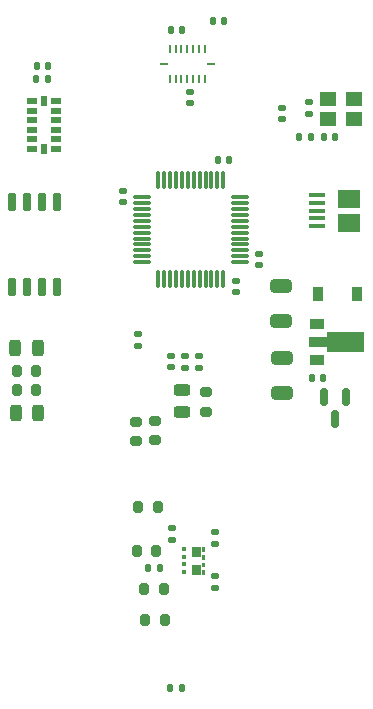
<source format=gbr>
%TF.GenerationSoftware,KiCad,Pcbnew,(6.0.4)*%
%TF.CreationDate,2022-05-08T20:42:15-04:00*%
%TF.ProjectId,STM32_Altimeter_R2,53544d33-325f-4416-9c74-696d65746572,0.1*%
%TF.SameCoordinates,Original*%
%TF.FileFunction,Paste,Bot*%
%TF.FilePolarity,Positive*%
%FSLAX46Y46*%
G04 Gerber Fmt 4.6, Leading zero omitted, Abs format (unit mm)*
G04 Created by KiCad (PCBNEW (6.0.4)) date 2022-05-08 20:42:15*
%MOMM*%
%LPD*%
G01*
G04 APERTURE LIST*
G04 Aperture macros list*
%AMRoundRect*
0 Rectangle with rounded corners*
0 $1 Rounding radius*
0 $2 $3 $4 $5 $6 $7 $8 $9 X,Y pos of 4 corners*
0 Add a 4 corners polygon primitive as box body*
4,1,4,$2,$3,$4,$5,$6,$7,$8,$9,$2,$3,0*
0 Add four circle primitives for the rounded corners*
1,1,$1+$1,$2,$3*
1,1,$1+$1,$4,$5*
1,1,$1+$1,$6,$7*
1,1,$1+$1,$8,$9*
0 Add four rect primitives between the rounded corners*
20,1,$1+$1,$2,$3,$4,$5,0*
20,1,$1+$1,$4,$5,$6,$7,0*
20,1,$1+$1,$6,$7,$8,$9,0*
20,1,$1+$1,$8,$9,$2,$3,0*%
%AMFreePoly0*
4,1,9,3.862500,-0.866500,0.737500,-0.866500,0.737500,-0.450000,-0.737500,-0.450000,-0.737500,0.450000,0.737500,0.450000,0.737500,0.866500,3.862500,0.866500,3.862500,-0.866500,3.862500,-0.866500,$1*%
G04 Aperture macros list end*
%ADD10C,0.010000*%
%ADD11RoundRect,0.135000X0.135000X0.185000X-0.135000X0.185000X-0.135000X-0.185000X0.135000X-0.185000X0*%
%ADD12RoundRect,0.147500X0.172500X-0.147500X0.172500X0.147500X-0.172500X0.147500X-0.172500X-0.147500X0*%
%ADD13RoundRect,0.243750X-0.456250X0.243750X-0.456250X-0.243750X0.456250X-0.243750X0.456250X0.243750X0*%
%ADD14RoundRect,0.135000X-0.135000X-0.185000X0.135000X-0.185000X0.135000X0.185000X-0.135000X0.185000X0*%
%ADD15RoundRect,0.243750X-0.243750X-0.456250X0.243750X-0.456250X0.243750X0.456250X-0.243750X0.456250X0*%
%ADD16RoundRect,0.135000X-0.185000X0.135000X-0.185000X-0.135000X0.185000X-0.135000X0.185000X0.135000X0*%
%ADD17R,0.350000X0.300000*%
%ADD18RoundRect,0.075000X0.075000X-0.662500X0.075000X0.662500X-0.075000X0.662500X-0.075000X-0.662500X0*%
%ADD19RoundRect,0.075000X0.662500X-0.075000X0.662500X0.075000X-0.662500X0.075000X-0.662500X-0.075000X0*%
%ADD20RoundRect,0.140000X0.140000X0.170000X-0.140000X0.170000X-0.140000X-0.170000X0.140000X-0.170000X0*%
%ADD21RoundRect,0.135000X0.185000X-0.135000X0.185000X0.135000X-0.185000X0.135000X-0.185000X-0.135000X0*%
%ADD22R,1.400000X1.200000*%
%ADD23RoundRect,0.200000X0.275000X-0.200000X0.275000X0.200000X-0.275000X0.200000X-0.275000X-0.200000X0*%
%ADD24RoundRect,0.200000X0.200000X0.275000X-0.200000X0.275000X-0.200000X-0.275000X0.200000X-0.275000X0*%
%ADD25R,1.300000X0.900000*%
%ADD26FreePoly0,0.000000*%
%ADD27RoundRect,0.200000X-0.200000X-0.275000X0.200000X-0.275000X0.200000X0.275000X-0.200000X0.275000X0*%
%ADD28RoundRect,0.140000X0.170000X-0.140000X0.170000X0.140000X-0.170000X0.140000X-0.170000X-0.140000X0*%
%ADD29RoundRect,0.140000X-0.170000X0.140000X-0.170000X-0.140000X0.170000X-0.140000X0.170000X0.140000X0*%
%ADD30R,0.900000X1.200000*%
%ADD31RoundRect,0.150000X0.150000X-0.650000X0.150000X0.650000X-0.150000X0.650000X-0.150000X-0.650000X0*%
%ADD32RoundRect,0.250000X0.650000X-0.325000X0.650000X0.325000X-0.650000X0.325000X-0.650000X-0.325000X0*%
%ADD33R,0.920000X0.610000*%
%ADD34R,0.610000X0.920000*%
%ADD35R,0.250000X0.675000*%
%ADD36R,0.675000X0.250000*%
%ADD37RoundRect,0.140000X-0.140000X-0.170000X0.140000X-0.170000X0.140000X0.170000X-0.140000X0.170000X0*%
%ADD38R,1.350000X0.400000*%
%ADD39R,1.900000X1.500000*%
%ADD40RoundRect,0.200000X-0.275000X0.200000X-0.275000X-0.200000X0.275000X-0.200000X0.275000X0.200000X0*%
%ADD41RoundRect,0.150000X-0.150000X0.587500X-0.150000X-0.587500X0.150000X-0.587500X0.150000X0.587500X0*%
G04 APERTURE END LIST*
%TO.C,Q2*%
G36*
X49374242Y-90552273D02*
G01*
X49179242Y-90552273D01*
X49179242Y-90252273D01*
X49374242Y-90252273D01*
X49374242Y-90552273D01*
G37*
D10*
X49374242Y-90552273D02*
X49179242Y-90552273D01*
X49179242Y-90252273D01*
X49374242Y-90252273D01*
X49374242Y-90552273D01*
G36*
X48981242Y-91211273D02*
G01*
X48317242Y-91211273D01*
X48317242Y-90468273D01*
X48981242Y-90468273D01*
X48981242Y-91211273D01*
G37*
X48981242Y-91211273D02*
X48317242Y-91211273D01*
X48317242Y-90468273D01*
X48981242Y-90468273D01*
X48981242Y-91211273D01*
G36*
X49374242Y-89252273D02*
G01*
X49179242Y-89252273D01*
X49179242Y-88952273D01*
X49374242Y-88952273D01*
X49374242Y-89252273D01*
G37*
X49374242Y-89252273D02*
X49179242Y-89252273D01*
X49179242Y-88952273D01*
X49374242Y-88952273D01*
X49374242Y-89252273D01*
G36*
X48981242Y-89686273D02*
G01*
X48317242Y-89686273D01*
X48317242Y-88943273D01*
X48981242Y-88943273D01*
X48981242Y-89686273D01*
G37*
X48981242Y-89686273D02*
X48317242Y-89686273D01*
X48317242Y-88943273D01*
X48981242Y-88943273D01*
X48981242Y-89686273D01*
G36*
X49374242Y-91202273D02*
G01*
X49179242Y-91202273D01*
X49179242Y-90902273D01*
X49374242Y-90902273D01*
X49374242Y-91202273D01*
G37*
X49374242Y-91202273D02*
X49179242Y-91202273D01*
X49179242Y-90902273D01*
X49374242Y-90902273D01*
X49374242Y-91202273D01*
G36*
X49374242Y-89902273D02*
G01*
X49179242Y-89902273D01*
X49179242Y-89602273D01*
X49374242Y-89602273D01*
X49374242Y-89902273D01*
G37*
X49374242Y-89902273D02*
X49179242Y-89902273D01*
X49179242Y-89602273D01*
X49374242Y-89602273D01*
X49374242Y-89902273D01*
%TD*%
D11*
%TO.C,R16*%
X45637609Y-90710775D03*
X44617609Y-90710775D03*
%TD*%
D12*
%TO.C,L1*%
X48930000Y-73755000D03*
X48930000Y-72785000D03*
%TD*%
D13*
%TO.C,D3*%
X47510000Y-75662500D03*
X47510000Y-77537500D03*
%TD*%
D14*
%TO.C,R1*%
X46443130Y-100894263D03*
X47463130Y-100894263D03*
%TD*%
D15*
%TO.C,D2*%
X33362500Y-72110000D03*
X35237500Y-72110000D03*
%TD*%
D16*
%TO.C,R17*%
X50272392Y-91410877D03*
X50272392Y-92430877D03*
%TD*%
D17*
%TO.C,Q2*%
X47649242Y-91052273D03*
X47649242Y-90402273D03*
X47649242Y-89752273D03*
X47649242Y-89102273D03*
%TD*%
D18*
%TO.C,U1*%
X50960000Y-66222500D03*
X50460000Y-66222500D03*
X49960000Y-66222500D03*
X49460000Y-66222500D03*
X48960000Y-66222500D03*
X48460000Y-66222500D03*
X47960000Y-66222500D03*
X47460000Y-66222500D03*
X46960000Y-66222500D03*
X46460000Y-66222500D03*
X45960000Y-66222500D03*
X45460000Y-66222500D03*
D19*
X44047500Y-64810000D03*
X44047500Y-64310000D03*
X44047500Y-63810000D03*
X44047500Y-63310000D03*
X44047500Y-62810000D03*
X44047500Y-62310000D03*
X44047500Y-61810000D03*
X44047500Y-61310000D03*
X44047500Y-60810000D03*
X44047500Y-60310000D03*
X44047500Y-59810000D03*
X44047500Y-59310000D03*
D18*
X45460000Y-57897500D03*
X45960000Y-57897500D03*
X46460000Y-57897500D03*
X46960000Y-57897500D03*
X47460000Y-57897500D03*
X47960000Y-57897500D03*
X48460000Y-57897500D03*
X48960000Y-57897500D03*
X49460000Y-57897500D03*
X49960000Y-57897500D03*
X50460000Y-57897500D03*
X50960000Y-57897500D03*
D19*
X52372500Y-59310000D03*
X52372500Y-59810000D03*
X52372500Y-60310000D03*
X52372500Y-60810000D03*
X52372500Y-61310000D03*
X52372500Y-61810000D03*
X52372500Y-62310000D03*
X52372500Y-62810000D03*
X52372500Y-63310000D03*
X52372500Y-63810000D03*
X52372500Y-64310000D03*
X52372500Y-64810000D03*
%TD*%
D20*
%TO.C,C11*%
X47463930Y-45115219D03*
X46503930Y-45115219D03*
%TD*%
D21*
%TO.C,R12*%
X46600000Y-88310000D03*
X46600000Y-87290000D03*
%TD*%
D22*
%TO.C,Y1*%
X59850536Y-51024328D03*
X62050536Y-51024328D03*
X62050536Y-52724328D03*
X59850536Y-52724328D03*
%TD*%
D20*
%TO.C,C10*%
X60439933Y-54249769D03*
X59479933Y-54249769D03*
%TD*%
D23*
%TO.C,R7*%
X49540000Y-77465000D03*
X49540000Y-75815000D03*
%TD*%
D24*
%TO.C,R11*%
X45296604Y-89245903D03*
X43646604Y-89245903D03*
%TD*%
D21*
%TO.C,R4*%
X43769846Y-71910860D03*
X43769846Y-70890860D03*
%TD*%
D25*
%TO.C,U2*%
X58914503Y-73064412D03*
D26*
X59002003Y-71564412D03*
D25*
X58914503Y-70064412D03*
%TD*%
D27*
%TO.C,R3*%
X33465000Y-74040000D03*
X35115000Y-74040000D03*
%TD*%
D28*
%TO.C,C1*%
X54027552Y-65075802D03*
X54027552Y-64115802D03*
%TD*%
D29*
%TO.C,C3*%
X42480000Y-58760000D03*
X42480000Y-59720000D03*
%TD*%
%TO.C,C9*%
X58220000Y-51270000D03*
X58220000Y-52230000D03*
%TD*%
D30*
%TO.C,D4*%
X62289247Y-67467548D03*
X58989247Y-67467548D03*
%TD*%
D23*
%TO.C,R9*%
X43537244Y-79977496D03*
X43537244Y-78327496D03*
%TD*%
D20*
%TO.C,C13*%
X36140132Y-48184096D03*
X35180132Y-48184096D03*
%TD*%
%TO.C,C14*%
X36104925Y-49267990D03*
X35144925Y-49267990D03*
%TD*%
D31*
%TO.C,U4*%
X36922847Y-66883294D03*
X35652847Y-66883294D03*
X34382847Y-66883294D03*
X33112847Y-66883294D03*
X33112847Y-59683294D03*
X34382847Y-59683294D03*
X35652847Y-59683294D03*
X36922847Y-59683294D03*
%TD*%
D32*
%TO.C,C8*%
X55870000Y-69763531D03*
X55870000Y-66813531D03*
%TD*%
D29*
%TO.C,C4*%
X52070000Y-66410000D03*
X52070000Y-67370000D03*
%TD*%
D27*
%TO.C,R2*%
X33475000Y-75670000D03*
X35125000Y-75670000D03*
%TD*%
D33*
%TO.C,IC2*%
X34802500Y-55200000D03*
X34802500Y-54400000D03*
X34802500Y-53600000D03*
X34802500Y-52800000D03*
X34802500Y-52000000D03*
X34802500Y-51200000D03*
D34*
X35812500Y-51190000D03*
D33*
X36822500Y-51200000D03*
X36822500Y-52000000D03*
X36822500Y-52800000D03*
X36822500Y-53600000D03*
X36822500Y-54400000D03*
X36822500Y-55200000D03*
D34*
X35812500Y-55210000D03*
%TD*%
D29*
%TO.C,C17*%
X55936515Y-51731044D03*
X55936515Y-52691044D03*
%TD*%
D11*
%TO.C,R6*%
X58430000Y-54220000D03*
X57410000Y-54220000D03*
%TD*%
D24*
%TO.C,R15*%
X46025000Y-95100000D03*
X44375000Y-95100000D03*
%TD*%
D29*
%TO.C,C12*%
X48129461Y-50367885D03*
X48129461Y-51327885D03*
%TD*%
D15*
%TO.C,D1*%
X33432500Y-77600000D03*
X35307500Y-77600000D03*
%TD*%
D20*
%TO.C,C2*%
X51486069Y-56200000D03*
X50526069Y-56200000D03*
%TD*%
D32*
%TO.C,C7*%
X55930000Y-75905000D03*
X55930000Y-72955000D03*
%TD*%
D29*
%TO.C,C5*%
X46580000Y-72740000D03*
X46580000Y-73700000D03*
%TD*%
D35*
%TO.C,IC1*%
X49423756Y-46773628D03*
X48923756Y-46773628D03*
X48423756Y-46773628D03*
X47923756Y-46773628D03*
X47423756Y-46773628D03*
X46923756Y-46773628D03*
X46423756Y-46773628D03*
D36*
X45913166Y-48038380D03*
D35*
X46425216Y-49300448D03*
X46925215Y-49300448D03*
X47425215Y-49300448D03*
X47925215Y-49300448D03*
X48425215Y-49300448D03*
X48925216Y-49300448D03*
X49425216Y-49300448D03*
D36*
X49937636Y-48038480D03*
%TD*%
D27*
%TO.C,R10*%
X43775000Y-85500000D03*
X45425000Y-85500000D03*
%TD*%
%TO.C,R14*%
X44275000Y-92500000D03*
X45925000Y-92500000D03*
%TD*%
D29*
%TO.C,C6*%
X47760000Y-72790000D03*
X47760000Y-73750000D03*
%TD*%
D37*
%TO.C,C15*%
X58438981Y-74610715D03*
X59398981Y-74610715D03*
%TD*%
D38*
%TO.C,J4*%
X58867500Y-59160000D03*
X58867500Y-59810000D03*
X58867500Y-60460000D03*
X58867500Y-61110000D03*
X58867500Y-61760000D03*
D39*
X61567500Y-59460000D03*
X61567500Y-61460000D03*
%TD*%
D16*
%TO.C,R13*%
X50249159Y-87690000D03*
X50249159Y-88710000D03*
%TD*%
D40*
%TO.C,R8*%
X45210000Y-78255000D03*
X45210000Y-79905000D03*
%TD*%
D41*
%TO.C,Q1*%
X59482762Y-76196182D03*
X61382762Y-76196182D03*
X60432762Y-78071182D03*
%TD*%
D37*
%TO.C,C16*%
X50090000Y-44360000D03*
X51050000Y-44360000D03*
%TD*%
M02*

</source>
